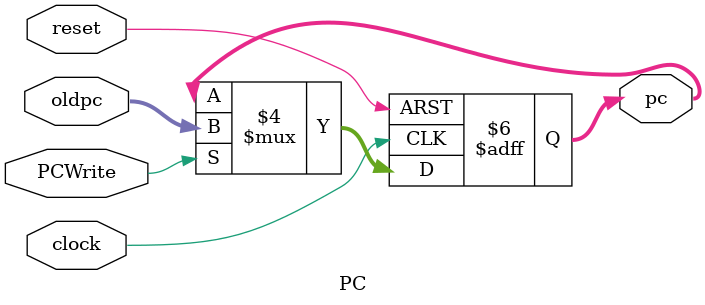
<source format=v>
`timescale 1ns / 1ps
module PC(oldpc, pc, PCWrite, clock,reset
    ); //µ±PCWrite=1µÄÊ±ºò£¬PC¿ÉÒÔÕý³£¶ÁÊý
input [31:0]oldpc;
input PCWrite, clock,reset;

output [31:0]pc;
reg [31:0]pc;

initial pc <=0;

always@(posedge clock or posedge reset)
begin
if (reset) pc<=32'b0;
else if(PCWrite) pc<=oldpc;
else pc <=pc;
end
endmodule

</source>
